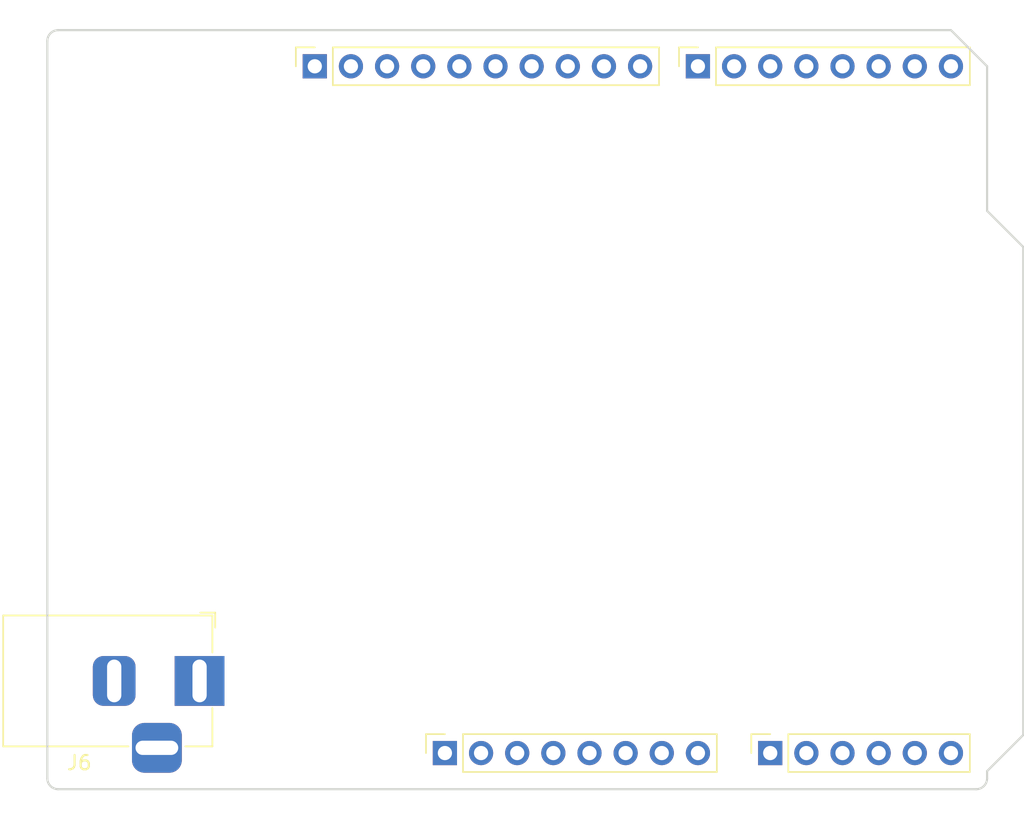
<source format=kicad_pcb>
(kicad_pcb (version 20241229) (generator "pcbnew") (generator_version "9.0")
  (title_block (date "mar. 31 mars 2015"))
  (layers (0 "F.Cu" signal) (4 "In1.Cu" signal) (6 "In2.Cu" signal) (2 "B.Cu" signal) (13 "F.Paste" user) (15 "B.Paste" user) (5 "F.SilkS" user "F.Silkscreen") (7 "B.SilkS" user "B.Silkscreen") (1 "F.Mask" user) (3 "B.Mask" user) (25 "Edge.Cuts" user))
  (net 0 "")
  (net 1 "GND")
  (net 3 "+5V")
  (net 4 "/IOREF")
  (net 5 "/A0")
  (net 6 "/A1")
  (net 7 "/A2")
  (net 8 "/A3")
  (net 9 "/SDA{slash}A4")
  (net 10 "/SCL{slash}A5")
  (net 11 "/13")
  (net 12 "/12")
  (net 13 "/AREF")
  (net 14 "/8")
  (net 15 "/7")
  (net 16 "/*11")
  (net 17 "/*10")
  (net 18 "/*9")
  (net 19 "/4")
  (net 20 "/2")
  (net 21 "/*6")
  (net 22 "/*5")
  (net 23 "/TX{slash}1")
  (net 24 "/*3")
  (net 25 "/RX{slash}0")
  (net 26 "+3V3")
  (net 27 "/~{RESET}")
  (net 28 "+12V")
  (net 29 "/Vin")
  (footprint "Connector_PinSocket_2.54mm:PinSocket_1x08_P2.54mm_Vertical" (layer "F.Cu") (at 127.94 97.46 90)
    (property "Reference" "J1" (hide yes))
    (property "Value" "Power")
    (fp_line (start 1.33 -1.33) (end 1.33 0) (stroke (width 0.12)) (layer "F.SilkS"))
    (fp_line (start 0 -1.33) (end 1.33 -1.33) (stroke (width 0.12)) (layer "F.SilkS"))
    (fp_line (start 1.33 1.27) (end 1.33 19.11) (stroke (width 0.12)) (layer "F.SilkS"))
    (fp_line (start -1.33 1.27) (end 1.33 1.27) (stroke (width 0.12)) (layer "F.SilkS"))
    (fp_line (start -1.33 1.27) (end -1.33 19.11) (stroke (width 0.12)) (layer "F.SilkS"))
    (fp_line (start -1.33 19.11) (end 1.33 19.11) (stroke (width 0.12)) (layer "F.SilkS"))
    (pad "1" thru_hole rect (at 0 0 90) (size 1.7 1.7) (drill 1) (layers "*.Cu" "*.Mask"))
    (pad "2" thru_hole oval (at 0 2.54 90) (size 1.7 1.7) (drill 1) (layers "*.Cu" "*.Mask") (net 4 "/IOREF"))
    (pad "3" thru_hole oval (at 0 5.08 90) (size 1.7 1.7) (drill 1) (layers "*.Cu" "*.Mask") (net 27 "/~{RESET}"))
    (pad "4" thru_hole oval (at 0 7.62 90) (size 1.7 1.7) (drill 1) (layers "*.Cu" "*.Mask") (net 26 "+3V3"))
    (pad "5" thru_hole oval (at 0 10.16 90) (size 1.7 1.7) (drill 1) (layers "*.Cu" "*.Mask") (net 3 "+5V"))
    (pad "6" thru_hole oval (at 0 12.7 90) (size 1.7 1.7) (drill 1) (layers "*.Cu" "*.Mask") (net 1 "GND"))
    (pad "7" thru_hole oval (at 0 15.24 90) (size 1.7 1.7) (drill 1) (layers "*.Cu" "*.Mask") (net 1 "GND"))
    (pad "8" thru_hole oval (at 0 17.78 90) (size 1.7 1.7) (drill 1) (layers "*.Cu" "*.Mask") (net 29 "/Vin"))
  )
  (footprint "Connector_PinSocket_2.54mm:PinSocket_1x06_P2.54mm_Vertical" (layer "F.Cu") (at 150.8 97.46 90)
    (property "Reference" "J3" (hide yes))
    (property "Value" "Analog")
    (fp_line (start 1.33 -1.33) (end 1.33 0) (stroke (width 0.12)) (layer "F.SilkS"))
    (fp_line (start 0 -1.33) (end 1.33 -1.33) (stroke (width 0.12)) (layer "F.SilkS"))
    (fp_line (start 1.33 1.27) (end 1.33 14.03) (stroke (width 0.12)) (layer "F.SilkS"))
    (fp_line (start -1.33 1.27) (end 1.33 1.27) (stroke (width 0.12)) (layer "F.SilkS"))
    (fp_line (start -1.33 1.27) (end -1.33 14.03) (stroke (width 0.12)) (layer "F.SilkS"))
    (fp_line (start -1.33 14.03) (end 1.33 14.03) (stroke (width 0.12)) (layer "F.SilkS"))
    (pad "1" thru_hole rect (at 0 0 90) (size 1.7 1.7) (drill 1) (layers "*.Cu" "*.Mask") (net 5 "/A0"))
    (pad "2" thru_hole oval (at 0 2.54 90) (size 1.7 1.7) (drill 1) (layers "*.Cu" "*.Mask") (net 6 "/A1"))
    (pad "3" thru_hole oval (at 0 5.08 90) (size 1.7 1.7) (drill 1) (layers "*.Cu" "*.Mask") (net 7 "/A2"))
    (pad "4" thru_hole oval (at 0 7.62 90) (size 1.7 1.7) (drill 1) (layers "*.Cu" "*.Mask") (net 8 "/A3"))
    (pad "5" thru_hole oval (at 0 10.16 90) (size 1.7 1.7) (drill 1) (layers "*.Cu" "*.Mask") (net 9 "/SDA{slash}A4"))
    (pad "6" thru_hole oval (at 0 12.7 90) (size 1.7 1.7) (drill 1) (layers "*.Cu" "*.Mask") (net 10 "/SCL{slash}A5"))
  )
  (footprint "Connector_PinSocket_2.54mm:PinSocket_1x10_P2.54mm_Vertical" (layer "F.Cu") (at 118.796 49.2 90)
    (property "Reference" "J2" (hide yes))
    (property "Value" "Digital/PWM")
    (fp_line (start 1.33 -1.33) (end 1.33 0) (stroke (width 0.12)) (layer "F.SilkS"))
    (fp_line (start 0 -1.33) (end 1.33 -1.33) (stroke (width 0.12)) (layer "F.SilkS"))
    (fp_line (start 1.33 1.27) (end 1.33 24.19) (stroke (width 0.12)) (layer "F.SilkS"))
    (fp_line (start -1.33 1.27) (end 1.33 1.27) (stroke (width 0.12)) (layer "F.SilkS"))
    (fp_line (start -1.33 1.27) (end -1.33 24.19) (stroke (width 0.12)) (layer "F.SilkS"))
    (fp_line (start -1.33 24.19) (end 1.33 24.19) (stroke (width 0.12)) (layer "F.SilkS"))
    (pad "1" thru_hole rect (at 0 0 90) (size 1.7 1.7) (drill 1) (layers "*.Cu" "*.Mask") (net 10 "/SCL{slash}A5"))
    (pad "2" thru_hole oval (at 0 2.54 90) (size 1.7 1.7) (drill 1) (layers "*.Cu" "*.Mask") (net 9 "/SDA{slash}A4"))
    (pad "3" thru_hole oval (at 0 5.08 90) (size 1.7 1.7) (drill 1) (layers "*.Cu" "*.Mask") (net 13 "/AREF"))
    (pad "4" thru_hole oval (at 0 7.62 90) (size 1.7 1.7) (drill 1) (layers "*.Cu" "*.Mask") (net 1 "GND"))
    (pad "5" thru_hole oval (at 0 10.16 90) (size 1.7 1.7) (drill 1) (layers "*.Cu" "*.Mask") (net 11 "/13"))
    (pad "6" thru_hole oval (at 0 12.7 90) (size 1.7 1.7) (drill 1) (layers "*.Cu" "*.Mask") (net 12 "/12"))
    (pad "7" thru_hole oval (at 0 15.24 90) (size 1.7 1.7) (drill 1) (layers "*.Cu" "*.Mask") (net 16 "/*11"))
    (pad "8" thru_hole oval (at 0 17.78 90) (size 1.7 1.7) (drill 1) (layers "*.Cu" "*.Mask") (net 17 "/*10"))
    (pad "9" thru_hole oval (at 0 20.32 90) (size 1.7 1.7) (drill 1) (layers "*.Cu" "*.Mask") (net 18 "/*9"))
    (pad "10" thru_hole oval (at 0 22.86 90) (size 1.7 1.7) (drill 1) (layers "*.Cu" "*.Mask") (net 14 "/8"))
  )
  (footprint "Connector_PinSocket_2.54mm:PinSocket_1x08_P2.54mm_Vertical" (layer "F.Cu") (at 145.72 49.2 90)
    (property "Reference" "J4" (hide yes))
    (property "Value" "Digital/PWM")
    (fp_line (start 1.33 -1.33) (end 1.33 0) (stroke (width 0.12)) (layer "F.SilkS"))
    (fp_line (start 0 -1.33) (end 1.33 -1.33) (stroke (width 0.12)) (layer "F.SilkS"))
    (fp_line (start 1.33 1.27) (end 1.33 19.11) (stroke (width 0.12)) (layer "F.SilkS"))
    (fp_line (start -1.33 1.27) (end 1.33 1.27) (stroke (width 0.12)) (layer "F.SilkS"))
    (fp_line (start -1.33 1.27) (end -1.33 19.11) (stroke (width 0.12)) (layer "F.SilkS"))
    (fp_line (start -1.33 19.11) (end 1.33 19.11) (stroke (width 0.12)) (layer "F.SilkS"))
    (pad "1" thru_hole rect (at 0 0 90) (size 1.7 1.7) (drill 1) (layers "*.Cu" "*.Mask") (net 15 "/7"))
    (pad "2" thru_hole oval (at 0 2.54 90) (size 1.7 1.7) (drill 1) (layers "*.Cu" "*.Mask") (net 21 "/*6"))
    (pad "3" thru_hole oval (at 0 5.08 90) (size 1.7 1.7) (drill 1) (layers "*.Cu" "*.Mask") (net 22 "/*5"))
    (pad "4" thru_hole oval (at 0 7.62 90) (size 1.7 1.7) (drill 1) (layers "*.Cu" "*.Mask") (net 19 "/4"))
    (pad "5" thru_hole oval (at 0 10.16 90) (size 1.7 1.7) (drill 1) (layers "*.Cu" "*.Mask") (net 24 "/*3"))
    (pad "6" thru_hole oval (at 0 12.7 90) (size 1.7 1.7) (drill 1) (layers "*.Cu" "*.Mask") (net 20 "/2"))
    (pad "7" thru_hole oval (at 0 15.24 90) (size 1.7 1.7) (drill 1) (layers "*.Cu" "*.Mask") (net 23 "/TX{slash}1"))
    (pad "8" thru_hole oval (at 0 17.78 90) (size 1.7 1.7) (drill 1) (layers "*.Cu" "*.Mask") (net 25 "/RX{slash}0"))
  )
  (footprint "Arduino_MountingHole:MountingHole_3.2mm" (layer "F.Cu") (at 115.24 49.2)
    (property "Reference" "MH1" (hide yes))
    (property "Value" "MountingHole_3.2mm" (hide yes))
    (pad "" np_thru_hole circle (at 0 0) (size 3.2 3.2) (drill 3.2) (layers "*.Cu" "*.Mask"))
  )
  (footprint "Connector_BarrelJack:BarrelJack_Horizontal" (layer "F.Cu") (at 110.7 92.3925)
    (property "Reference" "J6" (at -8.45 5.75 0) (layer "F.SilkS"))
    (property "Value" "Barrel_Jack_Switch")
    (fp_line (start -13.8 -4.6) (end 0.9 -4.6) (stroke (width 0.12)) (layer "F.SilkS"))
    (fp_line (start -13.8 4.6) (end -13.8 -4.6) (stroke (width 0.12)) (layer "F.SilkS"))
    (fp_line (start -5 4.6) (end -13.8 4.6) (stroke (width 0.12)) (layer "F.SilkS"))
    (fp_line (start 0.05 -4.8) (end 1.1 -4.8) (stroke (width 0.12)) (layer "F.SilkS"))
    (fp_line (start 0.9 -4.6) (end 0.9 -2) (stroke (width 0.12)) (layer "F.SilkS"))
    (fp_line (start 0.9 1.9) (end 0.9 4.6) (stroke (width 0.12)) (layer "F.SilkS"))
    (fp_line (start 0.9 4.6) (end -1 4.6) (stroke (width 0.12)) (layer "F.SilkS"))
    (fp_line (start 1.1 -3.75) (end 1.1 -4.8) (stroke (width 0.12)) (layer "F.SilkS"))
    (pad "1" thru_hole rect (at 0 0) (size 3.5 3.5) (drill oval 1 3) (layers "*.Cu" "*.Mask") (net 28 "+12V"))
    (pad "2" thru_hole roundrect (at -6 0) (size 3 3.5) (drill oval 1 3) (layers "*.Cu" "*.Mask") (net 1 "GND"))
    (pad "3" thru_hole roundrect (at -3 4.7) (size 3.5 3.5) (drill oval 3 1) (layers "*.Cu" "*.Mask") (net 1 "GND"))
  )
  (footprint "Arduino_MountingHole:MountingHole_3.2mm" (layer "F.Cu") (at 113.97 97.46)
    (property "Reference" "MH2" (hide yes))
    (property "Value" "MountingHole_3.2mm" (hide yes))
    (pad "" np_thru_hole circle (at 0 0) (size 3.2 3.2) (drill 3.2) (layers "*.Cu" "*.Mask"))
  )
  (footprint "Arduino_MountingHole:MountingHole_3.2mm" (layer "F.Cu") (at 166.04 64.44)
    (property "Reference" "MH3" (hide yes))
    (property "Value" "MountingHole_3.2mm" (hide yes))
    (pad "" np_thru_hole circle (at 0 0) (size 3.2 3.2) (drill 3.2) (layers "*.Cu" "*.Mask"))
  )
  (footprint "Arduino_MountingHole:MountingHole_3.2mm" (layer "F.Cu") (at 166.04 92.38)
    (property "Reference" "MH4" (hide yes))
    (property "Value" "MountingHole_3.2mm" (hide yes))
    (pad "" np_thru_hole circle (at 0 0) (size 3.2 3.2) (drill 3.2) (layers "*.Cu" "*.Mask"))
  )
  (gr_line (start 166.04 59.36) (end 168.58 61.9) (stroke (width 0.15)) (layer "Edge.Cuts"))
  (gr_line (start 100 99.238) (end 100 47.422) (stroke (width 0.15)) (layer "Edge.Cuts"))
  (gr_line (start 168.58 61.9) (end 168.58 96.19) (stroke (width 0.15)) (layer "Edge.Cuts"))
  (gr_line (start 165.278 100) (end 100.762 100) (stroke (width 0.15)) (layer "Edge.Cuts"))
  (gr_line (start 100.762 46.66) (end 163.5 46.66) (stroke (width 0.15)) (layer "Edge.Cuts"))
  (gr_arc (start 100.762 100) (mid 100.223185 99.776815) (end 100 99.238) (stroke (width 0.15)) (layer "Edge.Cuts"))
  (gr_line (start 168.58 96.19) (end 166.04 98.73) (stroke (width 0.15)) (layer "Edge.Cuts"))
  (gr_line (start 163.5 46.66) (end 166.04 49.2) (stroke (width 0.15)) (layer "Edge.Cuts"))
  (gr_arc (start 166.04 99.238) (mid 165.816815 99.776815) (end 165.278 100) (stroke (width 0.15)) (layer "Edge.Cuts"))
  (gr_line (start 166.04 49.2) (end 166.04 59.36) (stroke (width 0.15)) (layer "Edge.Cuts"))
  (gr_line (start 166.04 98.73) (end 166.04 99.238) (stroke (width 0.15)) (layer "Edge.Cuts"))
  (gr_arc (start 100 47.422) (mid 100.223185 46.883185) (end 100.762 46.66) (stroke (width 0.15)) (layer "Edge.Cuts"))
)
</source>
